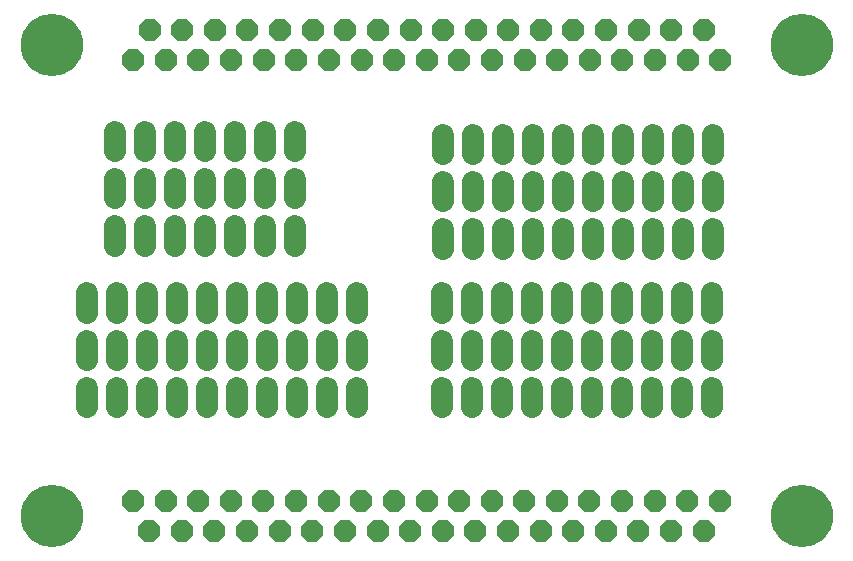
<source format=gts>
G75*
%MOIN*%
%OFA0B0*%
%FSLAX25Y25*%
%IPPOS*%
%LPD*%
%AMOC8*
5,1,8,0,0,1.08239X$1,22.5*
%
%ADD10OC8,0.07200*%
%ADD11C,0.20800*%
%ADD12C,0.07200*%
D10*
X0130578Y0076800D03*
X0141378Y0076800D03*
X0152278Y0076800D03*
X0163178Y0076800D03*
X0173978Y0076800D03*
X0184878Y0076800D03*
X0195778Y0076800D03*
X0206678Y0076800D03*
X0217478Y0076800D03*
X0228378Y0076800D03*
X0239278Y0076800D03*
X0250078Y0076800D03*
X0260978Y0076800D03*
X0271878Y0076800D03*
X0282678Y0076800D03*
X0293578Y0076800D03*
X0304478Y0076800D03*
X0315278Y0076800D03*
X0326178Y0076800D03*
X0320778Y0066800D03*
X0309878Y0066800D03*
X0298978Y0066800D03*
X0288178Y0066800D03*
X0277278Y0066800D03*
X0266378Y0066800D03*
X0255578Y0066800D03*
X0244678Y0066800D03*
X0233778Y0066800D03*
X0222978Y0066800D03*
X0212078Y0066800D03*
X0201178Y0066800D03*
X0190278Y0066800D03*
X0179478Y0066800D03*
X0168578Y0066800D03*
X0157678Y0066800D03*
X0146878Y0066800D03*
X0135978Y0066800D03*
X0130657Y0224095D03*
X0141557Y0224095D03*
X0152357Y0224095D03*
X0163257Y0224095D03*
X0174157Y0224095D03*
X0184957Y0224095D03*
X0195857Y0224095D03*
X0206757Y0224095D03*
X0217557Y0224095D03*
X0228457Y0224095D03*
X0239357Y0224095D03*
X0250157Y0224095D03*
X0261057Y0224095D03*
X0271957Y0224095D03*
X0282857Y0224095D03*
X0293657Y0224095D03*
X0304557Y0224095D03*
X0315457Y0224095D03*
X0326257Y0224095D03*
X0320857Y0234095D03*
X0309957Y0234095D03*
X0299157Y0234095D03*
X0288257Y0234095D03*
X0277357Y0234095D03*
X0266457Y0234095D03*
X0255657Y0234095D03*
X0244757Y0234095D03*
X0233857Y0234095D03*
X0223057Y0234095D03*
X0212157Y0234095D03*
X0201257Y0234095D03*
X0190457Y0234095D03*
X0179557Y0234095D03*
X0168657Y0234095D03*
X0157857Y0234095D03*
X0146957Y0234095D03*
X0136057Y0234095D03*
D11*
X0103378Y0071800D03*
X0103457Y0229095D03*
X0353457Y0229095D03*
X0353378Y0071800D03*
D12*
X0323590Y0108230D02*
X0323590Y0114630D01*
X0323590Y0123978D02*
X0323590Y0130378D01*
X0323590Y0139726D02*
X0323590Y0146126D01*
X0313590Y0146126D02*
X0313590Y0139726D01*
X0303590Y0139726D02*
X0303590Y0146126D01*
X0293590Y0146126D02*
X0293590Y0139726D01*
X0283590Y0139726D02*
X0283590Y0146126D01*
X0273590Y0146126D02*
X0273590Y0139726D01*
X0273590Y0130378D02*
X0273590Y0123978D01*
X0273590Y0114630D02*
X0273590Y0108230D01*
X0263590Y0108230D02*
X0263590Y0114630D01*
X0253590Y0114630D02*
X0253590Y0108230D01*
X0243590Y0108230D02*
X0243590Y0114630D01*
X0243590Y0123978D02*
X0243590Y0130378D01*
X0243590Y0139726D02*
X0243590Y0146126D01*
X0233590Y0146126D02*
X0233590Y0139726D01*
X0233590Y0130378D02*
X0233590Y0123978D01*
X0233590Y0114630D02*
X0233590Y0108230D01*
X0253590Y0123978D02*
X0253590Y0130378D01*
X0263590Y0130378D02*
X0263590Y0123978D01*
X0263590Y0139726D02*
X0263590Y0146126D01*
X0253590Y0146126D02*
X0253590Y0139726D01*
X0253842Y0161096D02*
X0253842Y0167496D01*
X0263842Y0167496D02*
X0263842Y0161096D01*
X0273842Y0161096D02*
X0273842Y0167496D01*
X0273842Y0176844D02*
X0273842Y0183244D01*
X0273842Y0192592D02*
X0273842Y0198992D01*
X0263842Y0198992D02*
X0263842Y0192592D01*
X0253842Y0192592D02*
X0253842Y0198992D01*
X0243842Y0198992D02*
X0243842Y0192592D01*
X0233842Y0192592D02*
X0233842Y0198992D01*
X0233842Y0183244D02*
X0233842Y0176844D01*
X0243842Y0176844D02*
X0243842Y0183244D01*
X0253842Y0183244D02*
X0253842Y0176844D01*
X0263842Y0176844D02*
X0263842Y0183244D01*
X0283842Y0183244D02*
X0283842Y0176844D01*
X0293842Y0176844D02*
X0293842Y0183244D01*
X0293842Y0192592D02*
X0293842Y0198992D01*
X0283842Y0198992D02*
X0283842Y0192592D01*
X0303842Y0192592D02*
X0303842Y0198992D01*
X0313842Y0198992D02*
X0313842Y0192592D01*
X0323842Y0192592D02*
X0323842Y0198992D01*
X0323842Y0183244D02*
X0323842Y0176844D01*
X0313842Y0176844D02*
X0313842Y0183244D01*
X0303842Y0183244D02*
X0303842Y0176844D01*
X0303842Y0167496D02*
X0303842Y0161096D01*
X0293842Y0161096D02*
X0293842Y0167496D01*
X0283842Y0167496D02*
X0283842Y0161096D01*
X0313842Y0161096D02*
X0313842Y0167496D01*
X0323842Y0167496D02*
X0323842Y0161096D01*
X0313590Y0130378D02*
X0313590Y0123978D01*
X0303590Y0123978D02*
X0303590Y0130378D01*
X0293590Y0130378D02*
X0293590Y0123978D01*
X0283590Y0123978D02*
X0283590Y0130378D01*
X0283590Y0114630D02*
X0283590Y0108230D01*
X0293590Y0108230D02*
X0293590Y0114630D01*
X0303590Y0114630D02*
X0303590Y0108230D01*
X0313590Y0108230D02*
X0313590Y0114630D01*
X0243842Y0161096D02*
X0243842Y0167496D01*
X0233842Y0167496D02*
X0233842Y0161096D01*
X0205228Y0146126D02*
X0205228Y0139726D01*
X0205228Y0130378D02*
X0205228Y0123978D01*
X0205228Y0114630D02*
X0205228Y0108230D01*
X0195228Y0108230D02*
X0195228Y0114630D01*
X0185228Y0114630D02*
X0185228Y0108230D01*
X0175228Y0108230D02*
X0175228Y0114630D01*
X0175228Y0123978D02*
X0175228Y0130378D01*
X0175228Y0139726D02*
X0175228Y0146126D01*
X0165228Y0146126D02*
X0165228Y0139726D01*
X0155228Y0139726D02*
X0155228Y0146126D01*
X0145228Y0146126D02*
X0145228Y0139726D01*
X0145228Y0130378D02*
X0145228Y0123978D01*
X0145228Y0114630D02*
X0145228Y0108230D01*
X0135228Y0108230D02*
X0135228Y0114630D01*
X0125228Y0114630D02*
X0125228Y0108230D01*
X0115228Y0108230D02*
X0115228Y0114630D01*
X0115228Y0123978D02*
X0115228Y0130378D01*
X0115228Y0139726D02*
X0115228Y0146126D01*
X0125228Y0146126D02*
X0125228Y0139726D01*
X0135228Y0139726D02*
X0135228Y0146126D01*
X0135228Y0130378D02*
X0135228Y0123978D01*
X0125228Y0123978D02*
X0125228Y0130378D01*
X0155228Y0130378D02*
X0155228Y0123978D01*
X0165228Y0123978D02*
X0165228Y0130378D01*
X0165228Y0114630D02*
X0165228Y0108230D01*
X0155228Y0108230D02*
X0155228Y0114630D01*
X0185228Y0123978D02*
X0185228Y0130378D01*
X0195228Y0130378D02*
X0195228Y0123978D01*
X0195228Y0139726D02*
X0195228Y0146126D01*
X0185228Y0146126D02*
X0185228Y0139726D01*
X0184504Y0162096D02*
X0184504Y0168496D01*
X0174504Y0168496D02*
X0174504Y0162096D01*
X0164504Y0162096D02*
X0164504Y0168496D01*
X0154504Y0168496D02*
X0154504Y0162096D01*
X0144504Y0162096D02*
X0144504Y0168496D01*
X0144504Y0177844D02*
X0144504Y0184244D01*
X0144504Y0193592D02*
X0144504Y0199992D01*
X0154504Y0199992D02*
X0154504Y0193592D01*
X0164504Y0193592D02*
X0164504Y0199992D01*
X0174504Y0199992D02*
X0174504Y0193592D01*
X0184504Y0193592D02*
X0184504Y0199992D01*
X0184504Y0184244D02*
X0184504Y0177844D01*
X0174504Y0177844D02*
X0174504Y0184244D01*
X0164504Y0184244D02*
X0164504Y0177844D01*
X0154504Y0177844D02*
X0154504Y0184244D01*
X0134504Y0184244D02*
X0134504Y0177844D01*
X0124504Y0177844D02*
X0124504Y0184244D01*
X0124504Y0193592D02*
X0124504Y0199992D01*
X0134504Y0199992D02*
X0134504Y0193592D01*
X0134504Y0168496D02*
X0134504Y0162096D01*
X0124504Y0162096D02*
X0124504Y0168496D01*
M02*

</source>
